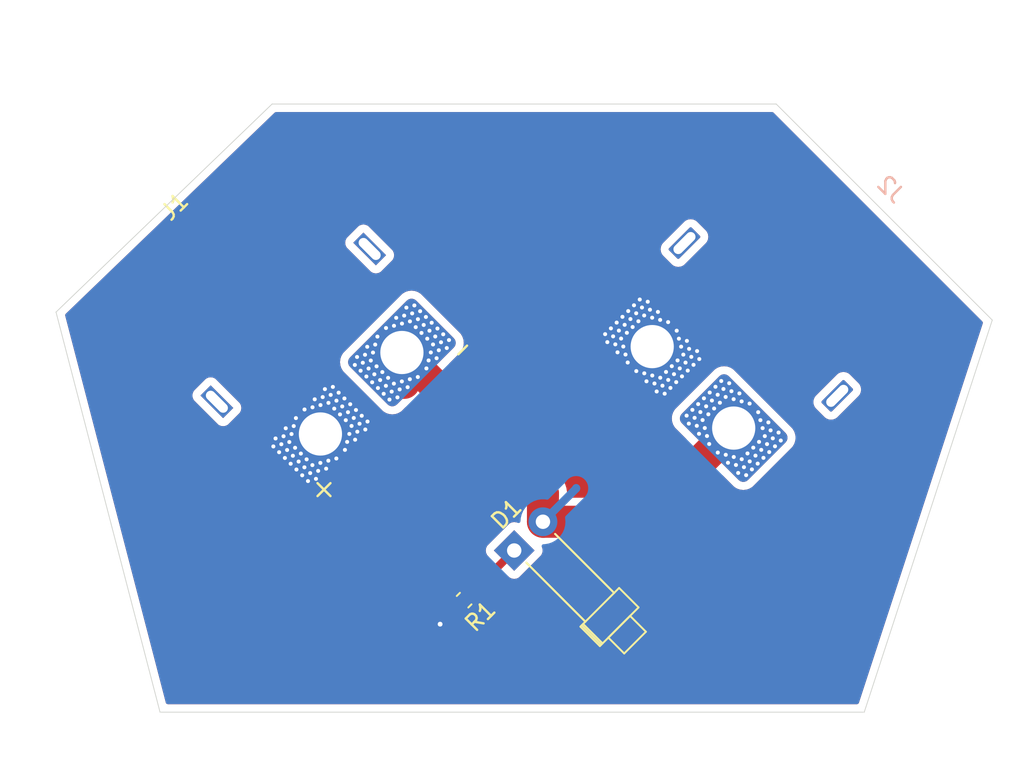
<source format=kicad_pcb>
(kicad_pcb (version 20240108) (generator "pcbnew") (generator_version "8.0")
  (layers (0 "F.Cu" signal) (31 "B.Cu" signal) (34 "B.Paste" user) (35 "F.Paste" user) (36 "B.SilkS" user "B.Silkscreen") (37 "F.SilkS" user "F.Silkscreen") (38 "B.Mask" user) (39 "F.Mask" user) (44 "Edge.Cuts" user))
  (net 0 "")
  (net 1 "/LED_K")
  (net 2 "/LED_A")
  (net 3 "GND")
  (footprint "LED_THT:LED_D1.8mm_W1.8mm_H2.4mm_Horizontal_O6.35mm_Z8.2mm" (layer "F.Cu") (at 116.12859 99.896357 45)
    (property "Reference" "D1" (at 1.27 -1.96 45) (layer "F.SilkS"))
    (property "Value" "LED")
    (fp_line (start 0 1.08) (end 0 1.08) (stroke (width 0.12)) (layer "F.SilkS"))
    (fp_line (start 0 1.08) (end 0 6.29) (stroke (width 0.12)) (layer "F.SilkS"))
    (fp_line (start 2.54 1.08) (end 2.54 1.08) (stroke (width 0.12)) (layer "F.SilkS"))
    (fp_line (start 2.54 1.08) (end 2.54 6.29) (stroke (width 0.12)) (layer "F.SilkS"))
    (fp_line (start -0.44 6.29) (end -0.44 8.01) (stroke (width 0.12)) (layer "F.SilkS"))
    (fp_line (start -0.32 6.29) (end -0.32 8.01) (stroke (width 0.12)) (layer "F.SilkS"))
    (fp_line (start -0.2 6.29) (end -0.2 8.01) (stroke (width 0.12)) (layer "F.SilkS"))
    (fp_line (start 0 6.29) (end 0 1.08) (stroke (width 0.12)) (layer "F.SilkS"))
    (fp_line (start 0 6.29) (end 0 6.29) (stroke (width 0.12)) (layer "F.SilkS"))
    (fp_line (start -0.44 8.01) (end 2.98 8.01) (stroke (width 0.12)) (layer "F.SilkS"))
    (fp_line (start 0.31 8.01) (end 0.31 9.41) (stroke (width 0.12)) (layer "F.SilkS"))
    (fp_line (start 2.54 6.29) (end 2.54 1.08) (stroke (width 0.12)) (layer "F.SilkS"))
    (fp_line (start 2.54 6.29) (end 2.54 6.29) (stroke (width 0.12)) (layer "F.SilkS"))
    (fp_line (start 2.98 6.29) (end -0.44 6.29) (stroke (width 0.12)) (layer "F.SilkS"))
    (fp_line (start 0.31 9.41) (end 2.23 9.41) (stroke (width 0.12)) (layer "F.SilkS"))
    (fp_line (start 2.23 8.01) (end 0.31 8.01) (stroke (width 0.12)) (layer "F.SilkS"))
    (fp_line (start 2.98 8.01) (end 2.98 6.29) (stroke (width 0.12)) (layer "F.SilkS"))
    (fp_line (start 2.23 9.41) (end 2.23 8.01) (stroke (width 0.12)) (layer "F.SilkS"))
    (pad "1" thru_hole rect (at 0 0 45) (size 1.8 1.8) (drill 0.9) (layers "*.Cu" "*.Mask") (net 1 "/LED_K"))
    (pad "2" thru_hole circle (at 2.54 0 45) (size 1.8 1.8) (drill 0.9) (layers "*.Cu" "*.Mask") (net 2 "/LED_A"))
  )
  (footprint "0_testpoint:TestPoint_Pad_D0.5mm" (layer "F.Cu") (at 113 100)
    (property "Reference" "TP1" (hide yes))
    (property "Value" "LED_K" (hide yes))
    (pad "1" smd circle (at 0 0) (size 0.5 0.5) (property pad_prop_testpoint) (layers "F.Cu" "F.Mask") (net 1 "/LED_K"))
  )
  (footprint "Capacitor_SMD:C_0603_1608Metric" (layer "F.Cu") (at 113 103 -135)
    (property "Reference" "R1" (at 0 -1.43 45) (layer "F.SilkS"))
    (property "Value" "100")
    (fp_line (start -0.140581 0.51) (end 0.140581 0.51) (stroke (width 0.12)) (layer "F.SilkS"))
    (fp_line (start -0.140581 -0.51) (end 0.140581 -0.51) (stroke (width 0.12)) (layer "F.SilkS"))
    (pad "1" smd roundrect (at -0.775 0 225) (size 0.9 0.95) (layers "F.Cu" "F.Paste" "F.Mask") (net 1 "/LED_K"))
    (pad "2" smd roundrect (at 0.775 0 225) (size 0.9 0.95) (layers "F.Cu" "F.Paste" "F.Mask") (net 3 "GND"))
  )
  (footprint "0_connector:AMASS_XT60PW-F_1x02_P7.20mm_Horizontal" (layer "F.Cu") (at 109.112554 87.525559 45)
    (property "Reference" "J1" (at -3.6 -16.499999 45) (layer "F.SilkS"))
    (property "Value" "XT60")
    (fp_text user "-" (at 2.8 2.5 45) (layer "F.SilkS"))
    (fp_text user "+" (at -9.499999 2.5 45) (layer "F.SilkS") (effects (font (size 1.5 1.5))))
    (pad "1" thru_hole circle (at -2.63 -1.53 135) (size 0.55 0.55) (drill 0.25) (layers "*.Cu") (net 2 "/LED_A"))
    (pad "1" thru_hole circle (at -2.63 -1.02 135) (size 0.55 0.55) (drill 0.25) (layers "*.Cu") (net 2 "/LED_A"))
    (pad "1" thru_hole circle (at -2.63 -0.51 135) (size 0.55 0.55) (drill 0.25) (layers "*.Cu") (net 2 "/LED_A"))
    (pad "1" thru_hole circle (at -2.63 0 135) (size 0.55 0.55) (drill 0.25) (layers "*.Cu") (net 2 "/LED_A"))
    (pad "1" thru_hole circle (at -2.63 0.51 135) (size 0.55 0.55) (drill 0.25) (layers "*.Cu") (net 2 "/LED_A"))
    (pad "1" thru_hole circle (at -2.63 1.02 135) (size 0.55 0.55) (drill 0.25) (layers "*.Cu") (net 2 "/LED_A"))
    (pad "1" thru_hole circle (at -2.63 1.53 135) (size 0.55 0.55) (drill 0.25) (layers "*.Cu") (net 2 "/LED_A"))
    (pad "1" thru_hole circle (at -2.18 -1.785 135) (size 0.55 0.55) (drill 0.25) (layers "*.Cu") (net 2 "/LED_A"))
    (pad "1" thru_hole circle (at -2.18 -1.275 135) (size 0.55 0.55) (drill 0.25) (layers "*.Cu") (net 2 "/LED_A"))
    (pad "1" thru_hole circle (at -2.18 -0.765 135) (size 0.55 0.55) (drill 0.25) (layers "*.Cu") (net 2 "/LED_A"))
    (pad "1" thru_hole circle (at -2.18 -0.255 135) (size 0.55 0.55) (drill 0.25) (layers "*.Cu") (net 2 "/LED_A"))
    (pad "1" thru_hole circle (at -2.18 0.255 135) (size 0.55 0.55) (drill 0.25) (layers "*.Cu") (net 2 "/LED_A"))
    (pad "1" thru_hole circle (at -2.18 0.765 135) (size 0.55 0.55) (drill 0.25) (layers "*.Cu") (net 2 "/LED_A"))
    (pad "1" thru_hole circle (at -2.18 1.275 135) (size 0.55 0.55) (drill 0.25) (layers "*.Cu") (net 2 "/LED_A"))
    (pad "1" thru_hole circle (at -2.18 1.785 135) (size 0.55 0.55) (drill 0.25) (layers "*.Cu") (net 2 "/LED_A"))
    (pad "1" thru_hole circle (at -1.73 -1.53 135) (size 0.55 0.55) (drill 0.25) (layers "*.Cu") (net 2 "/LED_A"))
    (pad "1" thru_hole circle (at -1.73 -1.02 135) (size 0.55 0.55) (drill 0.25) (layers "*.Cu") (net 2 "/LED_A"))
    (pad "1" thru_hole circle (at -1.73 -0.51 135) (size 0.55 0.55) (drill 0.25) (layers "*.Cu") (net 2 "/LED_A"))
    (pad "1" thru_hole circle (at -1.73 0 135) (size 0.55 0.55) (drill 0.25) (layers "*.Cu") (net 2 "/LED_A"))
    (pad "1" thru_hole circle (at -1.73 0.51 135) (size 0.55 0.55) (drill 0.25) (layers "*.Cu") (net 2 "/LED_A"))
    (pad "1" thru_hole circle (at -1.73 1.02 135) (size 0.55 0.55) (drill 0.25) (layers "*.Cu") (net 2 "/LED_A"))
    (pad "1" thru_hole circle (at -1.73 1.53 135) (size 0.55 0.55) (drill 0.25) (layers "*.Cu") (net 2 "/LED_A"))
    (pad "1" thru_hole circle (at -1.28 -1.785 135) (size 0.55 0.55) (drill 0.25) (layers "*.Cu") (net 2 "/LED_A"))
    (pad "1" thru_hole circle (at -1.28 -1.275 135) (size 0.55 0.55) (drill 0.25) (layers "*.Cu") (net 2 "/LED_A"))
    (pad "1" thru_hole circle (at -1.28 1.275 135) (size 0.55 0.55) (drill 0.25) (layers "*.Cu") (net 2 "/LED_A"))
    (pad "1" thru_hole circle (at -1.28 1.785 135) (size 0.55 0.55) (drill 0.25) (layers "*.Cu") (net 2 "/LED_A"))
    (pad "1" thru_hole circle (at -0.83 -1.53 135) (size 0.55 0.55) (drill 0.25) (layers "*.Cu") (net 2 "/LED_A"))
    (pad "1" thru_hole circle (at -0.83 1.53 135) (size 0.55 0.55) (drill 0.25) (layers "*.Cu") (net 2 "/LED_A"))
    (pad "1" thru_hole circle (at -0.38 -1.785 135) (size 0.55 0.55) (drill 0.25) (layers "*.Cu") (net 2 "/LED_A"))
    (pad "1" thru_hole circle (at -0.38 1.785 135) (size 0.55 0.55) (drill 0.25) (layers "*.Cu") (net 2 "/LED_A"))
    (pad "1" thru_hole roundrect (at 0 0 45) (size 5.85 4.15) (drill 2.7) (layers "*.Cu" "*.Mask") (roundrect_rratio 0.1) (net 2 "/LED_A"))
    (pad "1" thru_hole circle (at 0.38 -1.785 315) (size 0.55 0.55) (drill 0.25) (layers "*.Cu") (net 2 "/LED_A"))
    (pad "1" thru_hole circle (at 0.38 1.785 315) (size 0.55 0.55) (drill 0.25) (layers "*.Cu") (net 2 "/LED_A"))
    (pad "1" thru_hole circle (at 0.83 -1.53 315) (size 0.55 0.55) (drill 0.25) (layers "*.Cu") (net 2 "/LED_A"))
    (pad "1" thru_hole circle (at 0.83 1.53 315) (size 0.55 0.55) (drill 0.25) (layers "*.Cu") (net 2 "/LED_A"))
    (pad "1" thru_hole circle (at 1.28 -1.785 315) (size 0.55 0.55) (drill 0.25) (layers "*.Cu") (net 2 "/LED_A"))
    (pad "1" thru_hole circle (at 1.28 -1.275 315) (size 0.55 0.55) (drill 0.25) (layers "*.Cu") (net 2 "/LED_A"))
    (pad "1" thru_hole circle (at 1.28 1.275 315) (size 0.55 0.55) (drill 0.25) (layers "*.Cu") (net 2 "/LED_A"))
    (pad "1" thru_hole circle (at 1.28 1.785 315) (size 0.55 0.55) (drill 0.25) (layers "*.Cu") (net 2 "/LED_A"))
    (pad "1" thru_hole circle (at 1.73 -1.53 315) (size 0.55 0.55) (drill 0.25) (layers "*.Cu") (net 2 "/LED_A"))
    (pad "1" thru_hole circle (at 1.73 -1.02 315) (size 0.55 0.55) (drill 0.25) (layers "*.Cu") (net 2 "/LED_A"))
    (pad "1" thru_hole circle (at 1.73 -0.51 315) (size 0.55 0.55) (drill 0.25) (layers "*.Cu") (net 2 "/LED_A"))
    (pad "1" thru_hole circle (at 1.73 0 315) (size 0.55 0.55) (drill 0.25) (layers "*.Cu") (net 2 "/LED_A"))
    (pad "1" thru_hole circle (at 1.73 0.51 315) (size 0.55 0.55) (drill 0.25) (layers "*.Cu") (net 2 "/LED_A"))
    (pad "1" thru_hole circle (at 1.73 1.02 315) (size 0.55 0.55) (drill 0.25) (layers "*.Cu") (net 2 "/LED_A"))
    (pad "1" thru_hole circle (at 1.73 1.53 315) (size 0.55 0.55) (drill 0.25) (layers "*.Cu") (net 2 "/LED_A"))
    (pad "1" thru_hole circle (at 2.18 -1.785 315) (size 0.55 0.55) (drill 0.25) (layers "*.Cu") (net 2 "/LED_A"))
    (pad "1" thru_hole circle (at 2.18 -1.275 315) (size 0.55 0.55) (drill 0.25) (layers "*.Cu") (net 2 "/LED_A"))
    (pad "1" thru_hole circle (at 2.18 -0.765 315) (size 0.55 0.55) (drill 0.25) (layers "*.Cu") (net 2 "/LED_A"))
    (pad "1" thru_hole circle (at 2.18 -0.255 315) (size 0.55 0.55) (drill 0.25) (layers "*.Cu") (net 2 "/LED_A"))
    (pad "1" thru_hole circle (at 2.18 0.255 315) (size 0.55 0.55) (drill 0.25) (layers "*.Cu") (net 2 "/LED_A"))
    (pad "1" thru_hole circle (at 2.18 0.765 315) (size 0.55 0.55) (drill 0.25) (layers "*.Cu") (net 2 "/LED_A"))
    (pad "1" thru_hole circle (at 2.18 1.275 315) (size 0.55 0.55) (drill 0.25) (layers "*.Cu") (net 2 "/LED_A"))
    (pad "1" thru_hole circle (at 2.18 1.785 315) (size 0.55 0.55) (drill 0.25) (layers "*.Cu") (net 2 "/LED_A"))
    (pad "1" thru_hole circle (at 2.63 -1.53 315) (size 0.55 0.55) (drill 0.25) (layers "*.Cu") (net 2 "/LED_A"))
    (pad "1" thru_hole circle (at 2.63 -1.02 315) (size 0.55 0.55) (drill 0.25) (layers "*.Cu") (net 2 "/LED_A"))
    (pad "1" thru_hole circle (at 2.63 -0.51 315) (size 0.55 0.55) (drill 0.25) (layers "*.Cu") (net 2 "/LED_A"))
    (pad "1" thru_hole circle (at 2.63 0 315) (size 0.55 0.55) (drill 0.25) (layers "*.Cu") (net 2 "/LED_A"))
    (pad "1" thru_hole circle (at 2.63 0.51 315) (size 0.55 0.55) (drill 0.25) (layers "*.Cu") (net 2 "/LED_A"))
    (pad "1" thru_hole circle (at 2.63 1.02 315) (size 0.55 0.55) (drill 0.25) (layers "*.Cu") (net 2 "/LED_A"))
    (pad "1" thru_hole circle (at 2.63 1.53 315) (size 0.55 0.55) (drill 0.25) (layers "*.Cu") (net 2 "/LED_A"))
    (pad "2" thru_hole circle (at -9.83 -1.53 135) (size 0.55 0.55) (drill 0.25) (layers "*.Cu") (net 3 "GND"))
    (pad "2" thru_hole circle (at -9.83 -1.02 135) (size 0.55 0.55) (drill 0.25) (layers "*.Cu") (net 3 "GND"))
    (pad "2" thru_hole circle (at -9.83 -0.51 135) (size 0.55 0.55) (drill 0.25) (layers "*.Cu") (net 3 "GND"))
    (pad "2" thru_hole circle (at -9.83 0 135) (size 0.55 0.55) (drill 0.25) (layers "*.Cu") (net 3 "GND"))
    (pad "2" thru_hole circle (at -9.83 0.51 135) (size 0.55 0.55) (drill 0.25) (layers "*.Cu") (net 3 "GND"))
    (pad "2" thru_hole circle (at -9.83 1.02 135) (size 0.55 0.55) (drill 0.25) (layers "*.Cu") (net 3 "GND"))
    (pad "2" thru_hole circle (at -9.83 1.53 135) (size 0.55 0.55) (drill 0.25) (layers "*.Cu") (net 3 "GND"))
    (pad "2" thru_hole circle (at -9.38 -1.785 135) (size 0.55 0.55) (drill 0.25) (layers "*.Cu") (net 3 "GND"))
    (pad "2" thru_hole circle (at -9.38 -1.275001 135) (size 0.55 0.55) (drill 0.25) (layers "*.Cu") (net 3 "GND"))
    (pad "2" thru_hole circle (at -9.38 -0.765 135) (size 0.55 0.55) (drill 0.25) (layers "*.Cu") (net 3 "GND"))
    (pad "2" thru_hole circle (at -9.38 -0.255 135) (size 0.55 0.55) (drill 0.25) (layers "*.Cu") (net 3 "GND"))
    (pad "2" thru_hole circle (at -9.38 0.255 135) (size 0.55 0.55) (drill 0.25) (layers "*.Cu") (net 3 "GND"))
    (pad "2" thru_hole circle (at -9.38 0.765 135) (size 0.55 0.55) (drill 0.25) (layers "*.Cu") (net 3 "GND"))
    (pad "2" thru_hole circle (at -9.38 1.275001 135) (size 0.55 0.55) (drill 0.25) (layers "*.Cu") (net 3 "GND"))
    (pad "2" thru_hole circle (at -9.38 1.785 135) (size 0.55 0.55) (drill 0.25) (layers "*.Cu") (net 3 "GND"))
    (pad "2" thru_hole circle (at -8.930001 0 135) (size 0.55 0.55) (drill 0.25) (layers "*.Cu") (net 3 "GND"))
    (pad "2" thru_hole circle (at -8.93 -1.53 135) (size 0.55 0.55) (drill 0.25) (layers "*.Cu") (net 3 "GND"))
    (pad "2" thru_hole circle (at -8.93 -1.019999 135) (size 0.55 0.55) (drill 0.25) (layers "*.Cu") (net 3 "GND"))
    (pad "2" thru_hole circle (at -8.93 -0.51 135) (size 0.55 0.55) (drill 0.25) (layers "*.Cu") (net 3 "GND"))
    (pad "2" thru_hole circle (at -8.93 0.51 135) (size 0.55 0.55) (drill 0.25) (layers "*.Cu") (net 3 "GND"))
    (pad "2" thru_hole circle (at -8.93 1.019999 135) (size 0.55 0.55) (drill 0.25) (layers "*.Cu") (net 3 "GND"))
    (pad "2" thru_hole circle (at -8.93 1.53 135) (size 0.55 0.55) (drill 0.25) (layers "*.Cu") (net 3 "GND"))
    (pad "2" thru_hole circle (at -8.48 -1.785 135) (size 0.55 0.55) (drill 0.25) (layers "*.Cu") (net 3 "GND"))
    (pad "2" thru_hole circle (at -8.48 -1.275001 135) (size 0.55 0.55) (drill 0.25) (layers "*.Cu") (net 3 "GND"))
    (pad "2" thru_hole circle (at -8.48 1.275001 135) (size 0.55 0.55) (drill 0.25) (layers "*.Cu") (net 3 "GND"))
    (pad "2" thru_hole circle (at -8.48 1.785 135) (size 0.55 0.55) (drill 0.25) (layers "*.Cu") (net 3 "GND"))
    (pad "2" thru_hole circle (at -8.03 -1.53 135) (size 0.55 0.55) (drill 0.25) (layers "*.Cu") (net 3 "GND"))
    (pad "2" thru_hole circle (at -8.03 1.53 135) (size 0.55 0.55) (drill 0.25) (layers "*.Cu") (net 3 "GND"))
    (pad "2" thru_hole circle (at -7.58 -1.785 135) (size 0.55 0.55) (drill 0.25) (layers "*.Cu") (net 3 "GND"))
    (pad "2" thru_hole circle (at -7.58 1.785 135) (size 0.55 0.55) (drill 0.25) (layers "*.Cu") (net 3 "GND"))
    (pad "2" thru_hole roundrect (at -7.2 0 45) (size 5.85 4.15) (drill 2.7) (layers "*.Cu" "*.Mask") (roundrect_rratio 0.1) (net 3 "GND"))
    (pad "2" thru_hole circle (at -6.82 -1.785 315) (size 0.55 0.55) (drill 0.25) (layers "*.Cu") (net 3 "GND"))
    (pad "2" thru_hole circle (at -6.82 1.785 315) (size 0.55 0.55) (drill 0.25) (layers "*.Cu") (net 3 "GND"))
    (pad "2" thru_hole circle (at -6.37 -1.53 315) (size 0.55 0.55) (drill 0.25) (layers "*.Cu") (net 3 "GND"))
    (pad "2" thru_hole circle (at -6.37 1.53 315) (size 0.55 0.55) (drill 0.25) (layers "*.Cu") (net 3 "GND"))
    (pad "2" thru_hole circle (at -5.920001 -1.785 315) (size 0.55 0.55) (drill 0.25) (layers "*.Cu") (net 3 "GND"))
    (pad "2" thru_hole circle (at -5.920001 1.785 315) (size 0.55 0.55) (drill 0.25) (layers "*.Cu") (net 3 "GND"))
    (pad "2" thru_hole circle (at -5.92 -1.275 315) (size 0.55 0.55) (drill 0.25) (layers "*.Cu") (net 3 "GND"))
    (pad "2" thru_hole circle (at -5.92 1.275 315) (size 0.55 0.55) (drill 0.25) (layers "*.Cu") (net 3 "GND"))
    (pad "2" thru_hole circle (at -5.470001 -0.51 315) (size 0.55 0.55) (drill 0.25) (layers "*.Cu") (net 3 "GND"))
    (pad "2" thru_hole circle (at -5.470001 0.51 315) (size 0.55 0.55) (drill 0.25) (layers "*.Cu") (net 3 "GND"))
    (pad "2" thru_hole circle (at -5.47 -1.529999 315) (size 0.55 0.55) (drill 0.25) (layers "*.Cu") (net 3 "GND"))
    (pad "2" thru_hole circle (at -5.47 -1.02 315) (size 0.55 0.55) (drill 0.25) (layers "*.Cu") (net 3 "GND"))
    (pad "2" thru_hole circle (at -5.47 0 315) (size 0.55 0.55) (drill 0.25) (layers "*.Cu") (net 3 "GND"))
    (pad "2" thru_hole circle (at -5.47 1.02 315) (size 0.55 0.55) (drill 0.25) (layers "*.Cu") (net 3 "GND"))
    (pad "2" thru_hole circle (at -5.47 1.529999 315) (size 0.55 0.55) (drill 0.25) (layers "*.Cu") (net 3 "GND"))
    (pad "2" thru_hole circle (at -5.02 -1.785001 315) (size 0.55 0.55) (drill 0.25) (layers "*.Cu") (net 3 "GND"))
    (pad "2" thru_hole circle (at -5.02 -1.275 315) (size 0.55 0.55) (drill 0.25) (layers "*.Cu") (net 3 "GND"))
    (pad "2" thru_hole circle (at -5.02 -0.765 315) (size 0.55 0.55) (drill 0.25) (layers "*.Cu") (net 3 "GND"))
    (pad "2" thru_hole circle (at -5.02 -0.255 315) (size 0.55 0.55) (drill 0.25) (layers "*.Cu") (net 3 "GND"))
    (pad "2" thru_hole circle (at -5.02 0.255 315) (size 0.55 0.55) (drill 0.25) (layers "*.Cu") (net 3 "GND"))
    (pad "2" thru_hole circle (at -5.02 0.765 315) (size 0.55 0.55) (drill 0.25) (layers "*.Cu") (net 3 "GND"))
    (pad "2" thru_hole circle (at -5.02 1.275 315) (size 0.55 0.55) (drill 0.25) (layers "*.Cu") (net 3 "GND"))
    (pad "2" thru_hole circle (at -5.02 1.785001 315) (size 0.55 0.55) (drill 0.25) (layers "*.Cu") (net 3 "GND"))
    (pad "2" thru_hole circle (at -4.57 -1.529999 315) (size 0.55 0.55) (drill 0.25) (layers "*.Cu") (net 3 "GND"))
    (pad "2" thru_hole circle (at -4.57 -1.02 315) (size 0.55 0.55) (drill 0.25) (layers "*.Cu") (net 3 "GND"))
    (pad "2" thru_hole circle (at -4.57 -0.509999 315) (size 0.55 0.55) (drill 0.25) (layers "*.Cu") (net 3 "GND"))
    (pad "2" thru_hole circle (at -4.57 0 315) (size 0.55 0.55) (drill 0.25) (layers "*.Cu") (net 3 "GND"))
    (pad "2" thru_hole circle (at -4.57 0.509999 315) (size 0.55 0.55) (drill 0.25) (layers "*.Cu") (net 3 "GND"))
    (pad "2" thru_hole circle (at -4.57 1.02 315) (size 0.55 0.55) (drill 0.25) (layers "*.Cu") (net 3 "GND"))
    (pad "2" thru_hole circle (at -4.57 1.529999 315) (size 0.55 0.55) (drill 0.25) (layers "*.Cu") (net 3 "GND"))
    (pad "MP1" thru_hole rect (at 3.15 -6 45) (size 0.9 2) (drill oval 0.6 1.7) (layers "*.Cu" "*.Mask"))
    (pad "MP2" thru_hole rect (at -10.35 -6 45) (size 0.9 2) (drill oval 0.6 1.7) (layers "*.Cu" "*.Mask"))
  )
  (footprint "0_testpoint:TestPoint_Pad_D0.5mm" (layer "B.Cu") (at 120 96 180)
    (property "Reference" "TP2" (hide yes))
    (property "Value" "LED_A" (hide yes))
    (pad "1" smd circle (at 0 0 180) (size 0.5 0.5) (property pad_prop_testpoint) (layers "B.Cu" "B.Mask") (net 2 "/LED_A"))
  )
  (footprint "0_connector:AMASS_XT60PW-M_1x02_P7.20mm_Horizontal" (layer "B.Cu") (at 129.843324 92.247845 135)
    (property "Reference" "J2" (at 3.6 17.5 135) (layer "B.SilkS") (effects (justify mirror)))
    (property "Value" "XT60" (hide yes))
    (pad "1" thru_hole circle (at -2.63 -1.53 45) (size 0.55 0.55) (drill 0.25) (layers "*.Cu") (net 2 "/LED_A"))
    (pad "1" thru_hole circle (at -2.63 -1.02 45) (size 0.55 0.55) (drill 0.25) (layers "*.Cu") (net 2 "/LED_A"))
    (pad "1" thru_hole circle (at -2.63 -0.51 45) (size 0.55 0.55) (drill 0.25) (layers "*.Cu") (net 2 "/LED_A"))
    (pad "1" thru_hole circle (at -2.63 0 45) (size 0.55 0.55) (drill 0.25) (layers "*.Cu") (net 2 "/LED_A"))
    (pad "1" thru_hole circle (at -2.63 0.51 45) (size 0.55 0.55) (drill 0.25) (layers "*.Cu") (net 2 "/LED_A"))
    (pad "1" thru_hole circle (at -2.63 1.02 45) (size 0.55 0.55) (drill 0.25) (layers "*.Cu") (net 2 "/LED_A"))
    (pad "1" thru_hole circle (at -2.63 1.53 45) (size 0.55 0.55) (drill 0.25) (layers "*.Cu") (net 2 "/LED_A"))
    (pad "1" thru_hole circle (at -2.18 -1.785 45) (size 0.55 0.55) (drill 0.25) (layers "*.Cu") (net 2 "/LED_A"))
    (pad "1" thru_hole circle (at -2.18 -1.275 45) (size 0.55 0.55) (drill 0.25) (layers "*.Cu") (net 2 "/LED_A"))
    (pad "1" thru_hole circle (at -2.18 -0.765 45) (size 0.55 0.55) (drill 0.25) (layers "*.Cu") (net 2 "/LED_A"))
    (pad "1" thru_hole circle (at -2.18 -0.255 45) (size 0.55 0.55) (drill 0.25) (layers "*.Cu") (net 2 "/LED_A"))
    (pad "1" thru_hole circle (at -2.18 0.255 45) (size 0.55 0.55) (drill 0.25) (layers "*.Cu") (net 2 "/LED_A"))
    (pad "1" thru_hole circle (at -2.18 0.765 45) (size 0.55 0.55) (drill 0.25) (layers "*.Cu") (net 2 "/LED_A"))
    (pad "1" thru_hole circle (at -2.18 1.275 45) (size 0.55 0.55) (drill 0.25) (layers "*.Cu") (net 2 "/LED_A"))
    (pad "1" thru_hole circle (at -2.18 1.785 45) (size 0.55 0.55) (drill 0.25) (layers "*.Cu") (net 2 "/LED_A"))
    (pad "1" thru_hole circle (at -1.73 -1.53 45) (size 0.55 0.55) (drill 0.25) (layers "*.Cu") (net 2 "/LED_A"))
    (pad "1" thru_hole circle (at -1.73 -1.02 45) (size 0.55 0.55) (drill 0.25) (layers "*.Cu") (net 2 "/LED_A"))
    (pad "1" thru_hole circle (at -1.73 -0.51 45) (size 0.55 0.55) (drill 0.25) (layers "*.Cu") (net 2 "/LED_A"))
    (pad "1" thru_hole circle (at -1.73 0 45) (size 0.55 0.55) (drill 0.25) (layers "*.Cu") (net 2 "/LED_A"))
    (pad "1" thru_hole circle (at -1.73 0.51 45) (size 0.55 0.55) (drill 0.25) (layers "*.Cu") (net 2 "/LED_A"))
    (pad "1" thru_hole circle (at -1.73 1.02 45) (size 0.55 0.55) (drill 0.25) (layers "*.Cu") (net 2 "/LED_A"))
    (pad "1" thru_hole circle (at -1.73 1.53 45) (size 0.55 0.55) (drill 0.25) (layers "*.Cu") (net 2 "/LED_A"))
    (pad "1" thru_hole circle (at -1.28 -1.785 45) (size 0.55 0.55) (drill 0.25) (layers "*.Cu") (net 2 "/LED_A"))
    (pad "1" thru_hole circle (at -1.28 -1.275 45) (size 0.55 0.55) (drill 0.25) (layers "*.Cu") (net 2 "/LED_A"))
    (pad "1" thru_hole circle (at -1.28 1.275 45) (size 0.55 0.55) (drill 0.25) (layers "*.Cu") (net 2 "/LED_A"))
    (pad "1" thru_hole circle (at -1.28 1.785 45) (size 0.55 0.55) (drill 0.25) (layers "*.Cu") (net 2 "/LED_A"))
    (pad "1" thru_hole circle (at -0.83 -1.53 45) (size 0.55 0.55) (drill 0.25) (layers "*.Cu") (net 2 "/LED_A"))
    (pad "1" thru_hole circle (at -0.83 1.53 45) (size 0.55 0.55) (drill 0.25) (layers "*.Cu") (net 2 "/LED_A"))
    (pad "1" thru_hole circle (at -0.38 -1.785 45) (size 0.55 0.55) (drill 0.25) (layers "*.Cu") (net 2 "/LED_A"))
    (pad "1" thru_hole circle (at -0.38 1.785 45) (size 0.55 0.55) (drill 0.25) (layers "*.Cu") (net 2 "/LED_A"))
    (pad "1" thru_hole roundrect (at 0 0 135) (size 5.85 4.15) (drill 2.7) (layers "*.Cu" "*.Mask") (roundrect_rratio 0.1) (net 2 "/LED_A"))
    (pad "1" thru_hole circle (at 0.38 -1.785 225) (size 0.55 0.55) (drill 0.25) (layers "*.Cu") (net 2 "/LED_A"))
    (pad "1" thru_hole circle (at 0.38 1.785 225) (size 0.55 0.55) (drill 0.25) (layers "*.Cu") (net 2 "/LED_A"))
    (pad "1" thru_hole circle (at 0.83 -1.53 225) (size 0.55 0.55) (drill 0.25) (layers "*.Cu") (net 2 "/LED_A"))
    (pad "1" thru_hole circle (at 0.83 1.53 225) (size 0.55 0.55) (drill 0.25) (layers "*.Cu") (net 2 "/LED_A"))
    (pad "1" thru_hole circle (at 1.28 -1.785 225) (size 0.55 0.55) (drill 0.25) (layers "*.Cu") (net 2 "/LED_A"))
    (pad "1" thru_hole circle (at 1.28 -1.275 225) (size 0.55 0.55) (drill 0.25) (layers "*.Cu") (net 2 "/LED_A"))
    (pad "1" thru_hole circle (at 1.28 1.275 225) (size 0.55 0.55) (drill 0.25) (layers "*.Cu") (net 2 "/LED_A"))
    (pad "1" thru_hole circle (at 1.28 1.785 225) (size 0.55 0.55) (drill 0.25) (layers "*.Cu") (net 2 "/LED_A"))
    (pad "1" thru_hole circle (at 1.73 -1.53 225) (size 0.55 0.55) (drill 0.25) (layers "*.Cu") (net 2 "/LED_A"))
    (pad "1" thru_hole circle (at 1.73 -1.02 225) (size 0.55 0.55) (drill 0.25) (layers "*.Cu") (net 2 "/LED_A"))
    (pad "1" thru_hole circle (at 1.73 -0.51 225) (size 0.55 0.55) (drill 0.25) (layers "*.Cu") (net 2 "/LED_A"))
    (pad "1" thru_hole circle (at 1.73 0 225) (size 0.55 0.55) (drill 0.25) (layers "*.Cu") (net 2 "/LED_A"))
    (pad "1" thru_hole circle (at 1.73 0.51 225) (size 0.55 0.55) (drill 0.25) (layers "*.Cu") (net 2 "/LED_A"))
    (pad "1" thru_hole circle (at 1.73 1.02 225) (size 0.55 0.55) (drill 0.25) (layers "*.Cu") (net 2 "/LED_A"))
    (pad "1" thru_hole circle (at 1.73 1.53 225) (size 0.55 0.55) (drill 0.25) (layers "*.Cu") (net 2 "/LED_A"))
    (pad "1" thru_hole circle (at 2.18 -1.785 225) (size 0.55 0.55) (drill 0.25) (layers "*.Cu") (net 2 "/LED_A"))
    (pad "1" thru_hole circle (at 2.18 -1.275 225) (size 0.55 0.55) (drill 0.25) (layers "*.Cu") (net 2 "/LED_A"))
    (pad "1" thru_hole circle (at 2.18 -0.765 225) (size 0.55 0.55) (drill 0.25) (layers "*.Cu") (net 2 "/LED_A"))
    (pad "1" thru_hole circle (at 2.18 -0.255 225) (size 0.55 0.55) (drill 0.25) (layers "*.Cu") (net 2 "/LED_A"))
    (pad "1" thru_hole circle (at 2.18 0.255 225) (size 0.55 0.55) (drill 0.25) (layers "*.Cu") (net 2 "/LED_A"))
    (pad "1" thru_hole circle (at 2.18 0.765 225) (size 0.55 0.55) (drill 0.25) (layers "*.Cu") (net 2 "/LED_A"))
    (pad "1" thru_hole circle (at 2.18 1.275 225) (size 0.55 0.55) (drill 0.25) (layers "*.Cu") (net 2 "/LED_A"))
    (pad "1" thru_hole circle (at 2.18 1.785 225) (size 0.55 0.55) (drill 0.25) (layers "*.Cu") (net 2 "/LED_A"))
    (pad "1" thru_hole circle (at 2.63 -1.53 225) (size 0.55 0.55) (drill 0.25) (layers "*.Cu") (net 2 "/LED_A"))
    (pad "1" thru_hole circle (at 2.63 -1.02 225) (size 0.55 0.55) (drill 0.25) (layers "*.Cu") (net 2 "/LED_A"))
    (pad "1" thru_hole circle (at 2.63 -0.51 225) (size 0.55 0.55) (drill 0.25) (layers "*.Cu") (net 2 "/LED_A"))
    (pad "1" thru_hole circle (at 2.63 0 225) (size 0.55 0.55) (drill 0.25) (layers "*.Cu") (net 2 "/LED_A"))
    (pad "1" thru_hole circle (at 2.63 0.51 225) (size 0.55 0.55) (drill 0.25) (layers "*.Cu") (net 2 "/LED_A"))
    (pad "1" thru_hole circle (at 2.63 1.02 225) (size 0.55 0.55) (drill 0.25) (layers "*.Cu") (net 2 "/LED_A"))
    (pad "1" thru_hole circle (at 2.63 1.53 225) (size 0.55 0.55) (drill 0.25) (layers "*.Cu") (net 2 "/LED_A"))
    (pad "2" thru_hole circle (at 4.57 -1.529999 45) (size 0.55 0.55) (drill 0.25) (layers "*.Cu") (net 3 "GND"))
    (pad "2" thru_hole circle (at 4.57 -1.02 45) (size 0.55 0.55) (drill 0.25) (layers "*.Cu") (net 3 "GND"))
    (pad "2" thru_hole circle (at 4.57 -0.509999 45) (size 0.55 0.55) (drill 0.25) (layers "*.Cu") (net 3 "GND"))
    (pad "2" thru_hole circle (at 4.57 0 45) (size 0.55 0.55) (drill 0.25) (layers "*.Cu") (net 3 "GND"))
    (pad "2" thru_hole circle (at 4.57 0.509999 45) (size 0.55 0.55) (drill 0.25) (layers "*.Cu") (net 3 "GND"))
    (pad "2" thru_hole circle (at 4.57 1.02 45) (size 0.55 0.55) (drill 0.25) (layers "*.Cu") (net 3 "GND"))
    (pad "2" thru_hole circle (at 4.57 1.529999 45) (size 0.55 0.55) (drill 0.25) (layers "*.Cu") (net 3 "GND"))
    (pad "2" thru_hole circle (at 5.02 -1.785001 45) (size 0.55 0.55) (drill 0.25) (layers "*.Cu") (net 3 "GND"))
    (pad "2" thru_hole circle (at 5.02 -1.275 45) (size 0.55 0.55) (drill 0.25) (layers "*.Cu") (net 3 "GND"))
    (pad "2" thru_hole circle (at 5.02 -0.765 45) (size 0.55 0.55) (drill 0.25) (layers "*.Cu") (net 3 "GND"))
    (pad "2" thru_hole circle (at 5.02 -0.255 45) (size 0.55 0.55) (drill 0.25) (layers "*.Cu") (net 3 "GND"))
    (pad "2" thru_hole circle (at 5.02 0.255 45) (size 0.55 0.55) (drill 0.25) (layers "*.Cu") (net 3 "GND"))
    (pad "2" thru_hole circle (at 5.02 0.765 45) (size 0.55 0.55) (drill 0.25) (layers "*.Cu") (net 3 "GND"))
    (pad "2" thru_hole circle (at 5.02 1.275 45) (size 0.55 0.55) (drill 0.25) (layers "*.Cu") (net 3 "GND"))
    (pad "2" thru_hole circle (at 5.02 1.785001 45) (size 0.55 0.55) (drill 0.25) (layers "*.Cu") (net 3 "GND"))
    (pad "2" thru_hole circle (at 5.47 -1.529999 45) (size 0.55 0.55) (drill 0.25) (layers "*.Cu") (net 3 "GND"))
    (pad "2" thru_hole circle (at 5.47 -1.02 45) (size 0.55 0.55) (drill 0.25) (layers "*.Cu") (net 3 "GND"))
    (pad "2" thru_hole circle (at 5.47 0 45) (size 0.55 0.55) (drill 0.25) (layers "*.Cu") (net 3 "GND"))
    (pad "2" thru_hole circle (at 5.47 1.02 45) (size 0.55 0.55) (drill 0.25) (layers "*.Cu") (net 3 "GND"))
    (pad "2" thru_hole circle (at 5.47 1.529999 45) (size 0.55 0.55) (drill 0.25) (layers "*.Cu") (net 3 "GND"))
    (pad "2" thru_hole circle (at 5.470001 -0.51 45) (size 0.55 0.55) (drill 0.25) (layers "*.Cu") (net 3 "GND"))
    (pad "2" thru_hole circle (at 5.470001 0.51 45) (size 0.55 0.55) (drill 0.25) (layers "*.Cu") (net 3 "GND"))
    (pad "2" thru_hole circle (at 5.92 -1.275 45) (size 0.55 0.55) (drill 0.25) (layers "*.Cu") (net 3 "GND"))
    (pad "2" thru_hole circle (at 5.92 1.275 45) (size 0.55 0.55) (drill 0.25) (layers "*.Cu") (net 3 "GND"))
    (pad "2" thru_hole circle (at 5.920001 -1.785 45) (size 0.55 0.55) (drill 0.25) (layers "*.Cu") (net 3 "GND"))
    (pad "2" thru_hole circle (at 5.920001 1.785 45) (size 0.55 0.55) (drill 0.25) (layers "*.Cu") (net 3 "GND"))
    (pad "2" thru_hole circle (at 6.37 -1.53 45) (size 0.55 0.55) (drill 0.25) (layers "*.Cu") (net 3 "GND"))
    (pad "2" thru_hole circle (at 6.37 1.53 45) (size 0.55 0.55) (drill 0.25) (layers "*.Cu") (net 3 "GND"))
    (pad "2" thru_hole circle (at 6.82 -1.785 45) (size 0.55 0.55) (drill 0.25) (layers "*.Cu") (net 3 "GND"))
    (pad "2" thru_hole circle (at 6.82 1.785 45) (size 0.55 0.55) (drill 0.25) (layers "*.Cu") (net 3 "GND"))
    (pad "2" thru_hole roundrect (at 7.2 0 135) (size 5.85 4.15) (drill 2.7) (layers "*.Cu" "*.Mask") (roundrect_rratio 0.1) (net 3 "GND"))
    (pad "2" thru_hole circle (at 7.58 -1.785 225) (size 0.55 0.55) (drill 0.25) (layers "*.Cu") (net 3 "GND"))
    (pad "2" thru_hole circle (at 7.58 1.785 225) (size 0.55 0.55) (drill 0.25) (layers "*.Cu") (net 3 "GND"))
    (pad "2" thru_hole circle (at 8.03 -1.53 225) (size 0.55 0.55) (drill 0.25) (layers "*.Cu") (net 3 "GND"))
    (pad "2" thru_hole circle (at 8.03 1.53 225) (size 0.55 0.55) (drill 0.25) (layers "*.Cu") (net 3 "GND"))
    (pad "2" thru_hole circle (at 8.48 -1.785 225) (size 0.55 0.55) (drill 0.25) (layers "*.Cu") (net 3 "GND"))
    (pad "2" thru_hole circle (at 8.48 -1.275001 225) (size 0.55 0.55) (drill 0.25) (layers "*.Cu") (net 3 "GND"))
    (pad "2" thru_hole circle (at 8.48 1.275001 225) (size 0.55 0.55) (drill 0.25) (layers "*.Cu") (net 3 "GND"))
    (pad "2" thru_hole circle (at 8.48 1.785 225) (size 0.55 0.55) (drill 0.25) (layers "*.Cu") (net 3 "GND"))
    (pad "2" thru_hole circle (at 8.93 -1.53 225) (size 0.55 0.55) (drill 0.25) (layers "*.Cu") (net 3 "GND"))
    (pad "2" thru_hole circle (at 8.93 -1.019999 225) (size 0.55 0.55) (drill 0.25) (layers "*.Cu") (net 3 "GND"))
    (pad "2" thru_hole circle (at 8.93 -0.51 225) (size 0.55 0.55) (drill 0.25) (layers "*.Cu") (net 3 "GND"))
    (pad "2" thru_hole circle (at 8.93 0.51 225) (size 0.55 0.55) (drill 0.25) (layers "*.Cu") (net 3 "GND"))
    (pad "2" thru_hole circle (at 8.93 1.019999 225) (size 0.55 0.55) (drill 0.25) (layers "*.Cu") (net 3 "GND"))
    (pad "2" thru_hole circle (at 8.93 1.53 225) (size 0.55 0.55) (drill 0.25) (layers "*.Cu") (net 3 "GND"))
    (pad "2" thru_hole circle (at 8.930001 0 225) (size 0.55 0.55) (drill 0.25) (layers "*.Cu") (net 3 "GND"))
    (pad "2" thru_hole circle (at 9.38 -1.785 225) (size 0.55 0.55) (drill 0.25) (layers "*.Cu") (net 3 "GND"))
    (pad "2" thru_hole circle (at 9.38 -1.275001 225) (size 0.55 0.55) (drill 0.25) (layers "*.Cu") (net 3 "GND"))
    (pad "2" thru_hole circle (at 9.38 -0.765 225) (size 0.55 0.55) (drill 0.25) (layers "*.Cu") (net 3 "GND"))
    (pad "2" thru_hole circle (at 9.38 -0.255 225) (size 0.55 0.55) (drill 0.25) (layers "*.Cu") (net 3 "GND"))
    (pad "2" thru_hole circle (at 9.38 0.255 225) (size 0.55 0.55) (drill 0.25) (layers "*.Cu") (net 3 "GND"))
    (pad "2" thru_hole circle (at 9.38 0.765 225) (size 0.55 0.55) (drill 0.25) (layers "*.Cu") (net 3 "GND"))
    (pad "2" thru_hole circle (at 9.38 1.275001 225) (size 0.55 0.55) (drill 0.25) (layers "*.Cu") (net 3 "GND"))
    (pad "2" thru_hole circle (at 9.38 1.785 225) (size 0.55 0.55) (drill 0.25) (layers "*.Cu") (net 3 "GND"))
    (pad "2" thru_hole circle (at 9.83 -1.53 225) (size 0.55 0.55) (drill 0.25) (layers "*.Cu") (net 3 "GND"))
    (pad "2" thru_hole circle (at 9.83 -1.02 225) (size 0.55 0.55) (drill 0.25) (layers "*.Cu") (net 3 "GND"))
    (pad "2" thru_hole circle (at 9.83 -0.51 225) (size 0.55 0.55) (drill 0.25) (layers "*.Cu") (net 3 "GND"))
    (pad "2" thru_hole circle (at 9.83 0 225) (size 0.55 0.55) (drill 0.25) (layers "*.Cu") (net 3 "GND"))
    (pad "2" thru_hole circle (at 9.83 0.51 225) (size 0.55 0.55) (drill 0.25) (layers "*.Cu") (net 3 "GND"))
    (pad "2" thru_hole circle (at 9.83 1.02 225) (size 0.55 0.55) (drill 0.25) (layers "*.Cu") (net 3 "GND"))
    (pad "2" thru_hole circle (at 9.83 1.53 225) (size 0.55 0.55) (drill 0.25) (layers "*.Cu") (net 3 "GND"))
    (pad "MP1" thru_hole roundrect (at -3.15 6 135) (size 0.9 2) (drill oval 0.6 1.7) (layers "*.Cu" "*.Mask") (roundrect_rratio 0.1))
    (pad "MP2" thru_hole roundrect (at 10.35 6 135) (size 0.9 2) (drill oval 0.6 1.7) (layers "*.Cu" "*.Mask") (roundrect_rratio 0.1))
  )
  (gr_line (start 101 72) (end 132.5 72) (stroke (width 0.05)) (layer "Edge.Cuts"))
  (gr_line (start 132.5 72) (end 146 85.5) (stroke (width 0.05)) (layer "Edge.Cuts"))
  (gr_line (start 138 110) (end 94 110) (stroke (width 0.05)) (layer "Edge.Cuts"))
  (gr_line (start 87.5 85) (end 101 72) (stroke (width 0.05)) (layer "Edge.Cuts"))
  (gr_line (start 94 110) (end 87.5 85) (stroke (width 0.05)) (layer "Edge.Cuts"))
  (gr_line (start 146 85.5) (end 138 110) (stroke (width 0.05)) (layer "Edge.Cuts"))
  (segment (start 113.572955 102.451992) (end 116.12859 99.896357) (width 0.5) (layer "F.Cu") (net 1))
  (segment (start 113 100) (end 113 101.903984) (width 0.5) (layer "F.Cu") (net 1))
  (segment (start 113.548008 102.451992) (end 113.572955 102.451992) (width 0.5) (layer "F.Cu") (net 1))
  (segment (start 113 101.903984) (end 113.548008 102.451992) (width 0.5) (layer "F.Cu") (net 1))
  (segment (start 123.990863 98.100306) (end 129.843324 92.247845) (width 2) (layer "F.Cu") (net 2))
  (segment (start 117.924641 98.100306) (end 117.924641 96.337646) (width 2) (layer "F.Cu") (net 2))
  (segment (start 117.924641 98.100306) (end 123.990863 98.100306) (width 2) (layer "F.Cu") (net 2))
  (segment (start 117.924641 96.337646) (end 109.112554 87.525559) (width 2) (layer "F.Cu") (net 2))
  (segment (start 109.247845 87.156676) (end 109.247845 89.42351) (width 2) (layer "F.Cu") (net 2))
  (segment (start 120 96) (end 120 96.024947) (width 0.5) (layer "B.Cu") (net 2))
  (segment (start 120 96.024947) (end 117.924641 98.100306) (width 0.5) (layer "B.Cu") (net 2))
  (via (at 111.5 104.5) (size 0.6) (drill 0.3) (layers "F.Cu" "B.Cu") (net 3))
  (zone (net 3) (net_name "GND") (layers "F&B.Cu") (connect_pads yes (clearance 0.5)) (min_thickness 0.25) (fill yes (thermal_gap 0.5) (thermal_bridge_width 0.5))
    (polygon (pts (xy 102 66) (xy 129.5 65.5) (xy 148 86.5) (xy 142.5 113) (xy 90 113) (xy 84 87)))
  )
)
</source>
